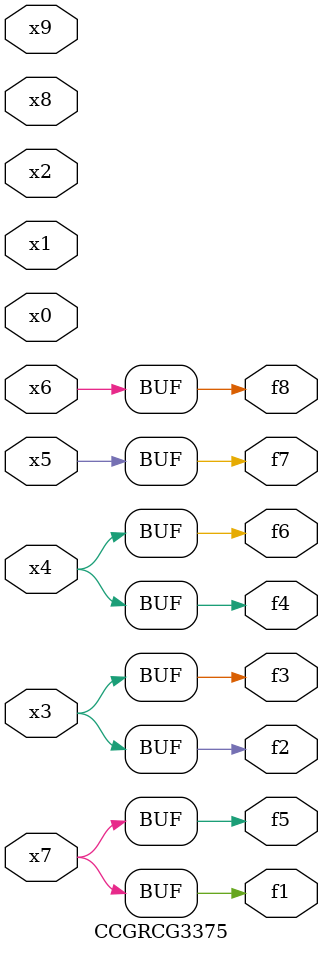
<source format=v>
module CCGRCG3375(
	input x0, x1, x2, x3, x4, x5, x6, x7, x8, x9,
	output f1, f2, f3, f4, f5, f6, f7, f8
);
	assign f1 = x7;
	assign f2 = x3;
	assign f3 = x3;
	assign f4 = x4;
	assign f5 = x7;
	assign f6 = x4;
	assign f7 = x5;
	assign f8 = x6;
endmodule

</source>
